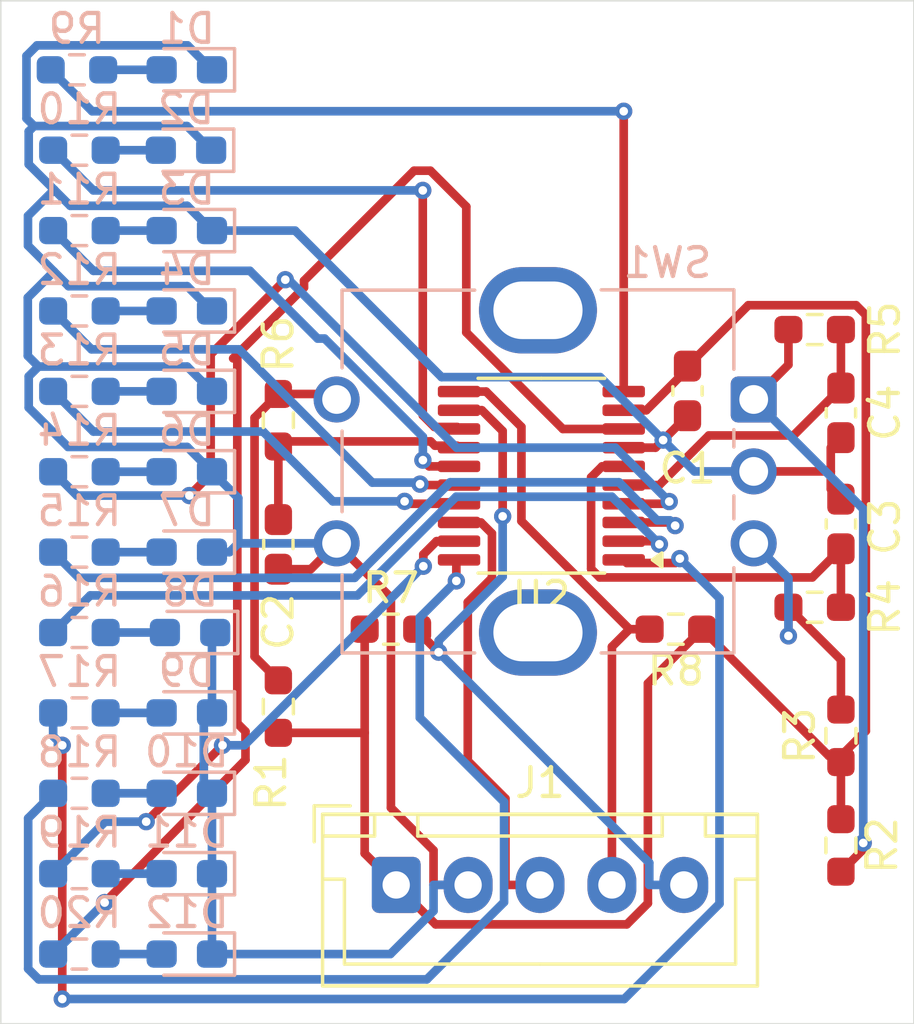
<source format=kicad_pcb>
(kicad_pcb (version 20240108) (generator "pcbnew") (generator_version "8.0")
  (layers (0 "F.Cu" mixed) (31 "B.Cu" mixed) (34 "B.Paste" user) (35 "F.Paste" user) (36 "B.SilkS" user "B.Silkscreen") (37 "F.SilkS" user "F.Silkscreen") (38 "B.Mask" user) (39 "F.Mask" user) (44 "Edge.Cuts" user))
  (net 0 "")
  (net 1 "+3V3")
  (net 2 "GND")
  (net 3 "Net-(U2-PC4)")
  (net 4 "Net-(U2-PA2)")
  (net 5 "Net-(U2-PA1)")
  (net 6 "/SCL")
  (net 7 "/SDA")
  (net 8 "/SWD")
  (net 9 "Net-(R1-Pad2)")
  (net 10 "Net-(R2-Pad2)")
  (net 11 "Net-(R3-Pad2)")
  (net 12 "Net-(D1-A)")
  (net 13 "Net-(D2-A)")
  (net 14 "Net-(D3-A)")
  (net 15 "Net-(D4-A)")
  (net 16 "Net-(D5-A)")
  (net 17 "Net-(D6-A)")
  (net 18 "Net-(D7-A)")
  (net 19 "Net-(D8-A)")
  (net 20 "Net-(D9-A)")
  (net 21 "Net-(D10-A)")
  (net 22 "Net-(D11-A)")
  (net 23 "Net-(D12-A)")
  (net 24 "/PC0")
  (net 25 "/PC3")
  (net 26 "/PC5")
  (net 27 "/PC6")
  (net 28 "/PC7")
  (net 29 "/PD7")
  (net 30 "/PD6")
  (net 31 "/PD5")
  (net 32 "/PD4")
  (net 33 "/PD3")
  (net 34 "/PD2")
  (net 35 "/PD0")
  (footprint "Resistor_SMD:R_0603_1608Metric_Pad0.98x0.95mm_HandSolder" (layer "F.Cu") (at 44.1725 25.146)
    (property "Reference" "R5" (at 2.4365 0 90) (layer "F.SilkS"))
    (property "Value" "10kΩ")
    (pad "1" smd roundrect (at -0.9125 0) (size 0.975 0.95) (layers "F.Cu" "F.Paste" "F.Mask") (net 10 "Net-(R2-Pad2)"))
    (pad "2" smd roundrect (at 0.9125 0) (size 0.975 0.95) (layers "F.Cu" "F.Paste" "F.Mask") (net 5 "Net-(U2-PA1)"))
  )
  (footprint "Resistor_SMD:R_0603_1608Metric_Pad0.98x0.95mm_HandSolder" (layer "F.Cu") (at 25.527 38.2505 90)
    (property "Reference" "R1" (at -2.6435 -0.254 -90) (layer "F.SilkS"))
    (property "Value" "100kΩ")
    (pad "1" smd roundrect (at -0.9125 0 90) (size 0.975 0.95) (layers "F.Cu" "F.Paste" "F.Mask") (net 1 "+3V3"))
    (pad "2" smd roundrect (at 0.9125 0 90) (size 0.975 0.95) (layers "F.Cu" "F.Paste" "F.Mask") (net 9 "Net-(R1-Pad2)"))
  )
  (footprint "Capacitor_SMD:C_0603_1608Metric_Pad1.08x0.95mm_HandSolder" (layer "F.Cu") (at 25.527 32.6125 -90)
    (property "Reference" "C2" (at 2.6935 0 90) (layer "F.SilkS"))
    (property "Value" "100nF")
    (pad "1" smd roundrect (at -0.8625 0 270) (size 1.075 0.95) (layers "F.Cu" "F.Paste" "F.Mask") (net 3 "Net-(U2-PC4)"))
    (pad "2" smd roundrect (at 0.8625 0 270) (size 1.075 0.95) (layers "F.Cu" "F.Paste" "F.Mask") (net 2 "GND"))
  )
  (footprint "Resistor_SMD:R_0603_1608Metric_Pad0.98x0.95mm_HandSolder" (layer "F.Cu") (at 45.085 39.2665 90)
    (property "Reference" "R3" (at 0 -1.43 -90) (layer "F.SilkS"))
    (property "Value" "100kΩ")
    (pad "1" smd roundrect (at -0.9125 0 90) (size 0.975 0.95) (layers "F.Cu" "F.Paste" "F.Mask") (net 1 "+3V3"))
    (pad "2" smd roundrect (at 0.9125 0 90) (size 0.975 0.95) (layers "F.Cu" "F.Paste" "F.Mask") (net 11 "Net-(R3-Pad2)"))
  )
  (footprint "Resistor_SMD:R_0603_1608Metric_Pad0.98x0.95mm_HandSolder" (layer "F.Cu") (at 39.3465 35.56 180)
    (property "Reference" "R8" (at 0 -1.43 180) (layer "F.SilkS"))
    (property "Value" "∞")
    (pad "1" smd roundrect (at -0.9125 0 180) (size 0.975 0.95) (layers "F.Cu" "F.Paste" "F.Mask") (net 1 "+3V3"))
    (pad "2" smd roundrect (at 0.9125 0 180) (size 0.975 0.95) (layers "F.Cu" "F.Paste" "F.Mask") (net 7 "/SDA"))
  )
  (footprint "Resistor_SMD:R_0603_1608Metric_Pad0.98x0.95mm_HandSolder" (layer "F.Cu") (at 45.085 43.0765 -90)
    (property "Reference" "R2" (at 0 -1.43 90) (layer "F.SilkS"))
    (property "Value" "100kΩ")
    (pad "1" smd roundrect (at -0.9125 0 270) (size 0.975 0.95) (layers "F.Cu" "F.Paste" "F.Mask") (net 1 "+3V3"))
    (pad "2" smd roundrect (at 0.9125 0 270) (size 0.975 0.95) (layers "F.Cu" "F.Paste" "F.Mask") (net 10 "Net-(R2-Pad2)"))
  )
  (footprint "Resistor_SMD:R_0603_1608Metric_Pad0.98x0.95mm_HandSolder" (layer "F.Cu") (at 44.1725 34.798)
    (property "Reference" "R4" (at 2.4365 0 90) (layer "F.SilkS"))
    (property "Value" "10kΩ")
    (pad "1" smd roundrect (at -0.9125 0) (size 0.975 0.95) (layers "F.Cu" "F.Paste" "F.Mask") (net 11 "Net-(R3-Pad2)"))
    (pad "2" smd roundrect (at 0.9125 0) (size 0.975 0.95) (layers "F.Cu" "F.Paste" "F.Mask") (net 4 "Net-(U2-PA2)"))
  )
  (footprint "Resistor_SMD:R_0603_1608Metric_Pad0.98x0.95mm_HandSolder" (layer "F.Cu") (at 29.4405 35.56)
    (property "Reference" "R7" (at 0 -1.43 0) (layer "F.SilkS"))
    (property "Value" "∞")
    (pad "1" smd roundrect (at -0.9125 0) (size 0.975 0.95) (layers "F.Cu" "F.Paste" "F.Mask") (net 1 "+3V3"))
    (pad "2" smd roundrect (at 0.9125 0) (size 0.975 0.95) (layers "F.Cu" "F.Paste" "F.Mask") (net 6 "/SCL"))
  )
  (footprint "Capacitor_SMD:C_0603_1608Metric_Pad1.08x0.95mm_HandSolder" (layer "F.Cu") (at 39.751 27.2785 -90)
    (property "Reference" "C1" (at 2.6935 0 180) (layer "F.SilkS"))
    (property "Value" "100nF")
    (pad "1" smd roundrect (at -0.8625 0 270) (size 1.075 0.95) (layers "F.Cu" "F.Paste" "F.Mask") (net 1 "+3V3"))
    (pad "2" smd roundrect (at 0.8625 0 270) (size 1.075 0.95) (layers "F.Cu" "F.Paste" "F.Mask") (net 2 "GND"))
  )
  (footprint "Connector_JST:JST_XH_B5B-XH-A_1x05_P2.50mm_Vertical" (layer "F.Cu") (at 29.624 44.45)
    (property "Reference" "J1" (at 5 -3.55 0) (layer "F.SilkS"))
    (property "Value" "Conn" (hide yes))
    (pad "1" thru_hole roundrect (at 0 0) (size 1.7 1.95) (drill 0.95) (layers "*.Cu" "*.Mask") (roundrect_rratio 0.147059) (net 1 "+3V3"))
    (pad "2" thru_hole oval (at 2.5 0) (size 1.7 1.95) (drill 0.95) (layers "*.Cu" "*.Mask") (net 2 "GND"))
    (pad "3" thru_hole oval (at 5 0) (size 1.7 1.95) (drill 0.95) (layers "*.Cu" "*.Mask") (net 8 "/SWD"))
    (pad "4" thru_hole oval (at 7.5 0) (size 1.7 1.95) (drill 0.95) (layers "*.Cu" "*.Mask") (net 7 "/SDA"))
    (pad "5" thru_hole oval (at 10 0) (size 1.7 1.95) (drill 0.95) (layers "*.Cu" "*.Mask") (net 6 "/SCL"))
  )
  (footprint "Package_SO:TSSOP-20_4.4x6.5mm_P0.65mm" (layer "F.Cu") (at 34.671 30.226 180)
    (property "Reference" "U2" (at 0 -4.2 180) (layer "F.SilkS"))
    (property "Value" "CH32V003FxPx" (hide yes))
    (pad "1" smd roundrect (at -2.8625 -2.925 180) (size 1.475 0.4) (layers "F.Cu" "F.Paste" "F.Mask") (net 32 "/PD4"))
    (pad "2" smd roundrect (at -2.8625 -2.275 180) (size 1.475 0.4) (layers "F.Cu" "F.Paste" "F.Mask") (net 31 "/PD5"))
    (pad "3" smd roundrect (at -2.8625 -1.625 180) (size 1.475 0.4) (layers "F.Cu" "F.Paste" "F.Mask") (net 30 "/PD6"))
    (pad "4" smd roundrect (at -2.8625 -0.975 180) (size 1.475 0.4) (layers "F.Cu" "F.Paste" "F.Mask") (net 29 "/PD7"))
    (pad "5" smd roundrect (at -2.8625 -0.325 180) (size 1.475 0.4) (layers "F.Cu" "F.Paste" "F.Mask") (net 5 "Net-(U2-PA1)"))
    (pad "6" smd roundrect (at -2.8625 0.325 180) (size 1.475 0.4) (layers "F.Cu" "F.Paste" "F.Mask") (net 4 "Net-(U2-PA2)"))
    (pad "7" smd roundrect (at -2.8625 0.975 180) (size 1.475 0.4) (layers "F.Cu" "F.Paste" "F.Mask") (net 2 "GND"))
    (pad "8" smd roundrect (at -2.8625 1.625 180) (size 1.475 0.4) (layers "F.Cu" "F.Paste" "F.Mask") (net 35 "/PD0"))
    (pad "9" smd roundrect (at -2.8625 2.275 180) (size 1.475 0.4) (layers "F.Cu" "F.Paste" "F.Mask") (net 1 "+3V3"))
    (pad "10" smd roundrect (at -2.8625 2.925 180) (size 1.475 0.4) (layers "F.Cu" "F.Paste" "F.Mask") (net 24 "/PC0"))
    (pad "11" smd roundrect (at 2.8625 2.925 180) (size 1.475 0.4) (layers "F.Cu" "F.Paste" "F.Mask") (net 7 "/SDA"))
    (pad "12" smd roundrect (at 2.8625 2.275 180) (size 1.475 0.4) (layers "F.Cu" "F.Paste" "F.Mask") (net 6 "/SCL"))
    (pad "13" smd roundrect (at 2.8625 1.625 180) (size 1.475 0.4) (layers "F.Cu" "F.Paste" "F.Mask") (net 25 "/PC3"))
    (pad "14" smd roundrect (at 2.8625 0.975 180) (size 1.475 0.4) (layers "F.Cu" "F.Paste" "F.Mask") (net 3 "Net-(U2-PC4)"))
    (pad "15" smd roundrect (at 2.8625 0.325 180) (size 1.475 0.4) (layers "F.Cu" "F.Paste" "F.Mask") (net 26 "/PC5"))
    (pad "16" smd roundrect (at 2.8625 -0.325 180) (size 1.475 0.4) (layers "F.Cu" "F.Paste" "F.Mask") (net 27 "/PC6"))
    (pad "17" smd roundrect (at 2.8625 -0.975 180) (size 1.475 0.4) (layers "F.Cu" "F.Paste" "F.Mask") (net 28 "/PC7"))
    (pad "18" smd roundrect (at 2.8625 -1.625 180) (size 1.475 0.4) (layers "F.Cu" "F.Paste" "F.Mask") (net 8 "/SWD"))
    (pad "19" smd roundrect (at 2.8625 -2.275 180) (size 1.475 0.4) (layers "F.Cu" "F.Paste" "F.Mask") (net 34 "/PD2"))
    (pad "20" smd roundrect (at 2.8625 -2.925 180) (size 1.475 0.4) (layers "F.Cu" "F.Paste" "F.Mask") (net 33 "/PD3"))
  )
  (footprint "Capacitor_SMD:C_0603_1608Metric_Pad1.08x0.95mm_HandSolder" (layer "F.Cu") (at 45.085 31.9035 90)
    (property "Reference" "C3" (at -0.1005 1.524 -90) (layer "F.SilkS"))
    (property "Value" "100nF")
    (pad "1" smd roundrect (at -0.8625 0 90) (size 1.075 0.95) (layers "F.Cu" "F.Paste" "F.Mask") (net 4 "Net-(U2-PA2)"))
    (pad "2" smd roundrect (at 0.8625 0 90) (size 1.075 0.95) (layers "F.Cu" "F.Paste" "F.Mask") (net 2 "GND"))
  )
  (footprint "Capacitor_SMD:C_0603_1608Metric_Pad1.08x0.95mm_HandSolder" (layer "F.Cu") (at 45.085 28.0405 -90)
    (property "Reference" "C4" (at 0 -1.524 90) (layer "F.SilkS"))
    (property "Value" "100nF")
    (pad "1" smd roundrect (at -0.8625 0 270) (size 1.075 0.95) (layers "F.Cu" "F.Paste" "F.Mask") (net 5 "Net-(U2-PA1)"))
    (pad "2" smd roundrect (at 0.8625 0 270) (size 1.075 0.95) (layers "F.Cu" "F.Paste" "F.Mask") (net 2 "GND"))
  )
  (footprint "Resistor_SMD:R_0603_1608Metric_Pad0.98x0.95mm_HandSolder" (layer "F.Cu") (at 25.527 28.2975 -90)
    (property "Reference" "R6" (at -2.6435 0 -90) (layer "F.SilkS"))
    (property "Value" "10kΩ")
    (pad "1" smd roundrect (at -0.9125 0 270) (size 0.975 0.95) (layers "F.Cu" "F.Paste" "F.Mask") (net 9 "Net-(R1-Pad2)"))
    (pad "2" smd roundrect (at 0.9125 0 270) (size 0.975 0.95) (layers "F.Cu" "F.Paste" "F.Mask") (net 3 "Net-(U2-PC4)"))
  )
  (footprint "Resistor_SMD:R_0603_1608Metric_Pad0.98x0.95mm_HandSolder" (layer "B.Cu") (at 18.6101 21.706 180)
    (property "Reference" "R11" (at 0 1.43 180) (layer "B.SilkS") (effects (justify mirror)))
    (property "Value" "1k")
    (pad "1" smd roundrect (at -0.9125 0 180) (size 0.975 0.95) (layers "B.Cu" "B.Paste" "B.Mask") (net 14 "Net-(D3-A)"))
    (pad "2" smd roundrect (at 0.9125 0 180) (size 0.975 0.95) (layers "B.Cu" "B.Paste" "B.Mask") (net 26 "/PC5"))
  )
  (footprint "Resistor_SMD:R_0603_1608Metric_Pad0.98x0.95mm_HandSolder" (layer "B.Cu") (at 18.6101 24.5 180)
    (property "Reference" "R12" (at 0 1.43 180) (layer "B.SilkS") (effects (justify mirror)))
    (property "Value" "1k")
    (pad "1" smd roundrect (at -0.9125 0 180) (size 0.975 0.95) (layers "B.Cu" "B.Paste" "B.Mask") (net 15 "Net-(D4-A)"))
    (pad "2" smd roundrect (at 0.9125 0 180) (size 0.975 0.95) (layers "B.Cu" "B.Paste" "B.Mask") (net 27 "/PC6"))
  )
  (footprint "LED_SMD:LED_0603_1608Metric_Pad1.05x0.95mm_HandSolder" (layer "B.Cu") (at 22.3166 18.912 180)
    (property "Reference" "D2" (at 0 1.43 180) (layer "B.SilkS") (effects (justify mirror)))
    (property "Value" "LED")
    (pad "1" smd roundrect (at -0.875 0 180) (size 1.05 0.95) (layers "B.Cu" "B.Paste" "B.Mask") (net 2 "GND"))
    (pad "2" smd roundrect (at 0.875 0 180) (size 1.05 0.95) (layers "B.Cu" "B.Paste" "B.Mask") (net 13 "Net-(D2-A)"))
  )
  (footprint "Resistor_SMD:R_0603_1608Metric_Pad0.98x0.95mm_HandSolder" (layer "B.Cu") (at 18.6101 18.912 180)
    (property "Reference" "R10" (at 0 1.43 180) (layer "B.SilkS") (effects (justify mirror)))
    (property "Value" "1k")
    (pad "1" smd roundrect (at -0.9125 0 180) (size 0.975 0.95) (layers "B.Cu" "B.Paste" "B.Mask") (net 13 "Net-(D2-A)"))
    (pad "2" smd roundrect (at 0.9125 0 180) (size 0.975 0.95) (layers "B.Cu" "B.Paste" "B.Mask") (net 25 "/PC3"))
  )
  (footprint "Resistor_SMD:R_0603_1608Metric_Pad0.98x0.95mm_HandSolder" (layer "B.Cu") (at 18.5251 16.118 180)
    (property "Reference" "R9" (at 0 1.43 180) (layer "B.SilkS") (effects (justify mirror)))
    (property "Value" "1k")
    (pad "1" smd roundrect (at -0.9125 0 180) (size 0.975 0.95) (layers "B.Cu" "B.Paste" "B.Mask") (net 12 "Net-(D1-A)"))
    (pad "2" smd roundrect (at 0.9125 0 180) (size 0.975 0.95) (layers "B.Cu" "B.Paste" "B.Mask") (net 24 "/PC0"))
  )
  (footprint "Resistor_SMD:R_0603_1608Metric_Pad0.98x0.95mm_HandSolder" (layer "B.Cu") (at 18.6101 35.676 180)
    (property "Reference" "R16" (at 0 1.43 180) (layer "B.SilkS") (effects (justify mirror)))
    (property "Value" "1k")
    (pad "1" smd roundrect (at -0.9125 0 180) (size 0.975 0.95) (layers "B.Cu" "B.Paste" "B.Mask") (net 19 "Net-(D8-A)"))
    (pad "2" smd roundrect (at 0.9125 0 180) (size 0.975 0.95) (layers "B.Cu" "B.Paste" "B.Mask") (net 31 "/PD5"))
  )
  (footprint "Resistor_SMD:R_0603_1608Metric_Pad0.98x0.95mm_HandSolder" (layer "B.Cu") (at 18.6101 38.47 180)
    (property "Reference" "R17" (at 0 1.43 180) (layer "B.SilkS") (effects (justify mirror)))
    (property "Value" "1k")
    (pad "1" smd roundrect (at -0.9125 0 180) (size 0.975 0.95) (layers "B.Cu" "B.Paste" "B.Mask") (net 20 "Net-(D9-A)"))
    (pad "2" smd roundrect (at 0.9125 0 180) (size 0.975 0.95) (layers "B.Cu" "B.Paste" "B.Mask") (net 32 "/PD4"))
  )
  (footprint "Resistor_SMD:R_0603_1608Metric_Pad0.98x0.95mm_HandSolder" (layer "B.Cu") (at 18.6101 41.264 180)
    (property "Reference" "R18" (at 0 1.43 180) (layer "B.SilkS") (effects (justify mirror)))
    (property "Value" "1k")
    (pad "1" smd roundrect (at -0.9125 0 180) (size 0.975 0.95) (layers "B.Cu" "B.Paste" "B.Mask") (net 21 "Net-(D10-A)"))
    (pad "2" smd roundrect (at 0.9125 0 180) (size 0.975 0.95) (layers "B.Cu" "B.Paste" "B.Mask") (net 33 "/PD3"))
  )
  (footprint "LED_SMD:LED_0603_1608Metric_Pad1.05x0.95mm_HandSolder" (layer "B.Cu") (at 22.3446 16.118 180)
    (property "Reference" "D1" (at 0 1.43 180) (layer "B.SilkS") (effects (justify mirror)))
    (property "Value" "LED")
    (pad "1" smd roundrect (at -0.875 0 180) (size 1.05 0.95) (layers "B.Cu" "B.Paste" "B.Mask") (net 2 "GND"))
    (pad "2" smd roundrect (at 0.875 0 180) (size 1.05 0.95) (layers "B.Cu" "B.Paste" "B.Mask") (net 12 "Net-(D1-A)"))
  )
  (footprint "Rotary_Encoder:RotaryEncoder_Bourns_Vertical_PEC12R-3x17F-Sxxxx" (layer "B.Cu") (at 42.0525 27.576 180)
    (property "Reference" "SW1" (at 3 4.75 180) (layer "B.SilkS") (effects (justify mirror)))
    (property "Value" "RotaryEncoder_Switch" (hide yes))
    (pad "A" thru_hole roundrect (at 0 0 180) (size 1.6 1.6) (drill 1) (layers "*.Cu" "*.Mask") (roundrect_rratio 0.15625) (net 10 "Net-(R2-Pad2)"))
    (pad "B" thru_hole circle (at 0 -5 180) (size 1.6 1.6) (drill 1) (layers "*.Cu" "*.Mask") (net 11 "Net-(R3-Pad2)"))
    (pad "C" thru_hole circle (at 0 -2.5 180) (size 1.6 1.6) (drill 1) (layers "*.Cu" "*.Mask") (net 2 "GND"))
    (pad "S1" thru_hole circle (at 14.5 0 180) (size 1.6 1.6) (drill 1) (layers "*.Cu" "*.Mask") (net 9 "Net-(R1-Pad2)"))
    (pad "S2" thru_hole circle (at 14.5 -5 180) (size 1.6 1.6) (drill 1) (layers "*.Cu" "*.Mask") (net 2 "GND"))
    (pad "SH" thru_hole oval (at 7.5 -8.1 180) (size 4.1 3) (drill oval 3.1 2) (layers "*.Cu" "*.Mask"))
    (pad "SH" thru_hole oval (at 7.5 3.1 180) (size 4.1 3) (drill oval 3.1 2) (layers "*.Cu" "*.Mask"))
  )
  (footprint "LED_SMD:LED_0603_1608Metric_Pad1.05x0.95mm_HandSolder" (layer "B.Cu") (at 22.3446 41.264 180)
    (property "Reference" "D10" (at 0 1.43 180) (layer "B.SilkS") (effects (justify mirror)))
    (property "Value" "LED")
    (pad "1" smd roundrect (at -0.875 0 180) (size 1.05 0.95) (layers "B.Cu" "B.Paste" "B.Mask") (net 2 "GND"))
    (pad "2" smd roundrect (at 0.875 0 180) (size 1.05 0.95) (layers "B.Cu" "B.Paste" "B.Mask") (net 21 "Net-(D10-A)"))
  )
  (footprint "LED_SMD:LED_0603_1608Metric_Pad1.05x0.95mm_HandSolder" (layer "B.Cu") (at 22.3446 24.5 180)
    (property "Reference" "D4" (at 0 1.43 180) (layer "B.SilkS") (effects (justify mirror)))
    (property "Value" "LED")
    (pad "1" smd roundrect (at -0.875 0 180) (size 1.05 0.95) (layers "B.Cu" "B.Paste" "B.Mask") (net 2 "GND"))
    (pad "2" smd roundrect (at 0.875 0 180) (size 1.05 0.95) (layers "B.Cu" "B.Paste" "B.Mask") (net 15 "Net-(D4-A)"))
  )
  (footprint "Resistor_SMD:R_0603_1608Metric_Pad0.98x0.95mm_HandSolder" (layer "B.Cu") (at 18.6101 30.088 180)
    (property "Reference" "R14" (at 0 1.43 180) (layer "B.SilkS") (effects (justify mirror)))
    (property "Value" "1k")
    (pad "1" smd roundrect (at -0.9125 0 180) (size 0.975 0.95) (layers "B.Cu" "B.Paste" "B.Mask") (net 17 "Net-(D6-A)"))
    (pad "2" smd roundrect (at 0.9125 0 180) (size 0.975 0.95) (layers "B.Cu" "B.Paste" "B.Mask") (net 29 "/PD7"))
  )
  (footprint "Resistor_SMD:R_0603_1608Metric_Pad0.98x0.95mm_HandSolder" (layer "B.Cu") (at 18.6101 32.882 180)
    (property "Reference" "R15" (at 0 1.43 180) (layer "B.SilkS") (effects (justify mirror)))
    (property "Value" "1k")
    (pad "1" smd roundrect (at -0.9125 0 180) (size 0.975 0.95) (layers "B.Cu" "B.Paste" "B.Mask") (net 18 "Net-(D7-A)"))
    (pad "2" smd roundrect (at 0.9125 0 180) (size 0.975 0.95) (layers "B.Cu" "B.Paste" "B.Mask") (net 30 "/PD6"))
  )
  (footprint "LED_SMD:LED_0603_1608Metric_Pad1.05x0.95mm_HandSolder" (layer "B.Cu") (at 22.3446 38.47 180)
    (property "Reference" "D9" (at 0 1.43 180) (layer "B.SilkS") (effects (justify mirror)))
    (property "Value" "LED")
    (pad "1" smd roundrect (at -0.875 0 180) (size 1.05 0.95) (layers "B.Cu" "B.Paste" "B.Mask") (net 2 "GND"))
    (pad "2" smd roundrect (at 0.875 0 180) (size 1.05 0.95) (layers "B.Cu" "B.Paste" "B.Mask") (net 20 "Net-(D9-A)"))
  )
  (footprint "Resistor_SMD:R_0603_1608Metric_Pad0.98x0.95mm_HandSolder" (layer "B.Cu") (at 18.6101 44.058 180)
    (property "Reference" "R19" (at 0 1.43 180) (layer "B.SilkS") (effects (justify mirror)))
    (property "Value" "1k")
    (pad "1" smd roundrect (at -0.9125 0 180) (size 0.975 0.95) (layers "B.Cu" "B.Paste" "B.Mask") (net 22 "Net-(D11-A)"))
    (pad "2" smd roundrect (at 0.9125 0 180) (size 0.975 0.95) (layers "B.Cu" "B.Paste" "B.Mask") (net 34 "/PD2"))
  )
  (footprint "Resistor_SMD:R_0603_1608Metric_Pad0.98x0.95mm_HandSolder" (layer "B.Cu") (at 18.6101 27.294 180)
    (property "Reference" "R13" (at 0 1.43 180) (layer "B.SilkS") (effects (justify mirror)))
    (property "Value" "1k")
    (pad "1" smd roundrect (at -0.9125 0 180) (size 0.975 0.95) (layers "B.Cu" "B.Paste" "B.Mask") (net 16 "Net-(D5-A)"))
    (pad "2" smd roundrect (at 0.9125 0 180) (size 0.975 0.95) (layers "B.Cu" "B.Paste" "B.Mask") (net 28 "/PC7"))
  )
  (footprint "LED_SMD:LED_0603_1608Metric_Pad1.05x0.95mm_HandSolder" (layer "B.Cu") (at 22.3446 21.706 180)
    (property "Reference" "D3" (at 0 1.43 180) (layer "B.SilkS") (effects (justify mirror)))
    (property "Value" "LED")
    (pad "1" smd roundrect (at -0.875 0 180) (size 1.05 0.95) (layers "B.Cu" "B.Paste" "B.Mask") (net 2 "GND"))
    (pad "2" smd roundrect (at 0.875 0 180) (size 1.05 0.95) (layers "B.Cu" "B.Paste" "B.Mask") (net 14 "Net-(D3-A)"))
  )
  (footprint "LED_SMD:LED_0603_1608Metric_Pad1.05x0.95mm_HandSolder" (layer "B.Cu") (at 22.3446 27.294 180)
    (property "Reference" "D5" (at 0 1.43 180) (layer "B.SilkS") (effects (justify mirror)))
    (property "Value" "LED")
    (pad "1" smd roundrect (at -0.875 0 180) (size 1.05 0.95) (layers "B.Cu" "B.Paste" "B.Mask") (net 2 "GND"))
    (pad "2" smd roundrect (at 0.875 0 180) (size 1.05 0.95) (layers "B.Cu" "B.Paste" "B.Mask") (net 16 "Net-(D5-A)"))
  )
  (footprint "LED_SMD:LED_0603_1608Metric_Pad1.05x0.95mm_HandSolder" (layer "B.Cu") (at 22.4576 35.676 180)
    (property "Reference" "D8" (at 0 1.43 180) (layer "B.SilkS") (effects (justify mirror)))
    (property "Value" "LED")
    (pad "1" smd roundrect (at -0.875 0 180) (size 1.05 0.95) (layers "B.Cu" "B.Paste" "B.Mask") (net 2 "GND"))
    (pad "2" smd roundrect (at 0.875 0 180) (size 1.05 0.95) (layers "B.Cu" "B.Paste" "B.Mask") (net 19 "Net-(D8-A)"))
  )
  (footprint "LED_SMD:LED_0603_1608Metric_Pad1.05x0.95mm_HandSolder" (layer "B.Cu") (at 22.3446 32.882 180)
    (property "Reference" "D7" (at 0 1.43 180) (layer "B.SilkS") (effects (justify mirror)))
    (property "Value" "LED")
    (pad "1" smd roundrect (at -0.875 0 180) (size 1.05 0.95) (layers "B.Cu" "B.Paste" "B.Mask") (net 2 "GND"))
    (pad "2" smd roundrect (at 0.875 0 180) (size 1.05 0.95) (layers "B.Cu" "B.Paste" "B.Mask") (net 18 "Net-(D7-A)"))
  )
  (footprint "LED_SMD:LED_0603_1608Metric_Pad1.05x0.95mm_HandSolder" (layer "B.Cu") (at 22.3446 44.058 180)
    (property "Reference" "D11" (at 0 1.43 180) (layer "B.SilkS") (effects (justify mirror)))
    (property "Value" "LED")
    (pad "1" smd roundrect (at -0.875 0 180) (size 1.05 0.95) (layers "B.Cu" "B.Paste" "B.Mask") (net 2 "GND"))
    (pad "2" smd roundrect (at 0.875 0 180) (size 1.05 0.95) (layers "B.Cu" "B.Paste" "B.Mask") (net 22 "Net-(D11-A)"))
  )
  (footprint "LED_SMD:LED_0603_1608Metric_Pad1.05x0.95mm_HandSolder" (layer "B.Cu") (at 22.3446 30.088 180)
    (property "Reference" "D6" (at 0 1.43 180) (layer "B.SilkS") (effects (justify mirror)))
    (property "Value" "LED")
    (pad "1" smd roundrect (at -0.875 0 180) (size 1.05 0.95) (layers "B.Cu" "B.Paste" "B.Mask") (net 2 "GND"))
    (pad "2" smd roundrect (at 0.875 0 180) (size 1.05 0.95) (layers "B.Cu" "B.Paste" "B.Mask") (net 17 "Net-(D6-A)"))
  )
  (footprint "Resistor_SMD:R_0603_1608Metric_Pad0.98x0.95mm_HandSolder" (layer "B.Cu") (at 18.6101 46.852 180)
    (property "Reference" "R20" (at 0 1.43 180) (layer "B.SilkS") (effects (justify mirror)))
    (property "Value" "1k")
    (pad "1" smd roundrect (at -0.9125 0 180) (size 0.975 0.95) (layers "B.Cu" "B.Paste" "B.Mask") (net 23 "Net-(D12-A)"))
    (pad "2" smd roundrect (at 0.9125 0 180) (size 0.975 0.95) (layers "B.Cu" "B.Paste" "B.Mask") (net 35 "/PD0"))
  )
  (footprint "LED_SMD:LED_0603_1608Metric_Pad1.05x0.95mm_HandSolder" (layer "B.Cu") (at 22.3446 46.852 180)
    (property "Reference" "D12" (at 0 1.43 180) (layer "B.SilkS") (effects (justify mirror)))
    (property "Value" "LED")
    (pad "1" smd roundrect (at -0.875 0 180) (size 1.05 0.95) (layers "B.Cu" "B.Paste" "B.Mask") (net 2 "GND"))
    (pad "2" smd roundrect (at 0.875 0 180) (size 1.05 0.95) (layers "B.Cu" "B.Paste" "B.Mask") (net 23 "Net-(D12-A)"))
  )
  (gr_rect (start 15.875 13.716) (end 47.625 49.276) (stroke (width 0.05)) (fill none) (layer "Edge.Cuts"))
  (segment (start 41.8669 24.3001) (end 39.751 26.416) (width 0.3) (layer "F.Cu") (net 1))
  (segment (start 45.9516 24.6407) (end 45.611 24.3001) (width 0.3) (layer "F.Cu") (net 1))
  (segment (start 25.527 39.163) (end 28.528 39.163) (width 0.3) (layer "F.Cu") (net 1))
  (segment (start 28.528 39.163) (end 28.528 43.354) (width 0.3) (layer "F.Cu") (net 1))
  (segment (start 37.6418 45.8203) (end 38.374 45.0881) (width 0.3) (layer "F.Cu") (net 1))
  (segment (start 44.6633 39.9643) (end 45.085 39.9643) (width 0.3) (layer "F.Cu") (net 1))
  (segment (start 28.528 39.163) (end 28.528 35.56) (width 0.3) (layer "F.Cu") (net 1))
  (segment (start 28.528 43.354) (end 29.624 44.45) (width 0.3) (layer "F.Cu") (net 1))
  (segment (start 45.611 24.3001) (end 41.8669 24.3001) (width 0.3) (layer "F.Cu") (net 1))
  (segment (start 40.259 35.56) (end 44.6633 39.9643) (width 0.3) (layer "F.Cu") (net 1))
  (segment (start 29.624 44.45) (end 30.9943 45.8203) (width 0.3) (layer "F.Cu") (net 1))
  (segment (start 39.751 26.416) (end 39.751 26.5189) (width 0.3) (layer "F.Cu") (net 1))
  (segment (start 38.374 45.0881) (end 38.374 37.445) (width 0.3) (layer "F.Cu") (net 1))
  (segment (start 45.9516 39.0977) (end 45.9516 24.6407) (width 0.3) (layer "F.Cu") (net 1))
  (segment (start 38.374 37.445) (end 40.259 35.56) (width 0.3) (layer "F.Cu") (net 1))
  (segment (start 45.085 40.179) (end 45.085 39.9643) (width 0.3) (layer "F.Cu") (net 1))
  (segment (start 30.9943 45.8203) (end 37.6418 45.8203) (width 0.3) (layer "F.Cu") (net 1))
  (segment (start 45.085 42.164) (end 45.085 40.179) (width 0.3) (layer "F.Cu") (net 1))
  (segment (start 45.085 39.9643) (end 45.9516 39.0977) (width 0.3) (layer "F.Cu") (net 1))
  (segment (start 38.3189 27.951) (end 37.5335 27.951) (width 0.3) (layer "F.Cu") (net 1))
  (segment (start 39.751 26.5189) (end 38.3189 27.951) (width 0.3) (layer "F.Cu") (net 1))
  (segment (start 38.641 29.251) (end 37.5335 29.251) (width 0.3) (layer "F.Cu") (net 2))
  (segment (start 45.085 28.903) (end 44.7322 29.2558) (width 0.3) (layer "F.Cu") (net 2))
  (segment (start 38.9039 28.9881) (end 38.641 29.251) (width 0.3) (layer "F.Cu") (net 2))
  (segment (start 27.5525 32.576) (end 26.6535 33.475) (width 0.3) (layer "F.Cu") (net 2))
  (segment (start 30.9223 43.2483) (end 29.4405 41.7665) (width 0.3) (layer "F.Cu") (net 2))
  (segment (start 30.9223 44.45) (end 30.9223 43.2483) (width 0.3) (layer "F.Cu") (net 2))
  (segment (start 29.4405 34.464) (end 27.5525 32.576) (width 0.3) (layer "F.Cu") (net 2))
  (segment (start 44.7322 30.6882) (end 45.085 31.041) (width 0.3) (layer "F.Cu") (net 2))
  (segment (start 26.6535 33.475) (end 25.527 33.475) (width 0.3) (layer "F.Cu") (net 2))
  (segment (start 44.7322 29.2558) (end 44.7322 30.076) (width 0.3) (layer "F.Cu") (net 2))
  (segment (start 32.124 44.45) (end 30.9223 44.45) (width 0.3) (layer "F.Cu") (net 2))
  (segment (start 39.751 28.141) (end 38.9039 28.9881) (width 0.3) (layer "F.Cu") (net 2))
  (segment (start 44.7322 30.076) (end 42.0525 30.076) (width 0.3) (layer "F.Cu") (net 2))
  (segment (start 44.7322 30.076) (end 44.7322 30.6882) (width 0.3) (layer "F.Cu") (net 2))
  (segment (start 29.4405 41.7665) (end 29.4405 34.464) (width 0.3) (layer "F.Cu") (net 2))
  (via (at 38.9039 28.9881) (size 0.6) (drill 0.3) (layers "F.Cu" "B.Cu") (net 2))
  (segment (start 16.7702 17.8063) (end 17.0357 18.0718) (width 0.3) (layer "B.Cu") (net 2))
  (segment (start 22.3581 23.6385) (end 23.2196 24.5) (width 0.3) (layer "B.Cu") (net 2))
  (segment (start 38.9039 28.9881) (end 36.7144 26.7986) (width 0.3) (layer "B.Cu") (net 2))
  (segment (start 16.8481 27.859) (end 16.8481 26.7735) (width 0.3) (layer "B.Cu") (net 2))
  (segment (start 24.1344 31.0028) (end 23.2196 30.088) (width 0.3) (layer "B.Cu") (net 2))
  (segment (start 23.2196 44.058) (end 23.2196 41.264) (width 0.3) (layer "B.Cu") (net 2))
  (segment (start 22.3514 18.0718) (end 23.1916 18.912) (width 0.3) (layer "B.Cu") (net 2))
  (segment (start 23.2196 32.882) (end 23.8284 32.882) (width 0.3) (layer "B.Cu") (net 2))
  (segment (start 18.2344 23.6385) (end 22.3581 23.6385) (width 0.3) (layer "B.Cu") (net 2))
  (segment (start 22.9356 38.754) (end 22.9356 40.98) (width 0.3) (layer "B.Cu") (net 2))
  (segment (start 23.2196 21.706) (end 22.3581 20.8445) (width 0.3) (layer "B.Cu") (net 2))
  (segment (start 18.2917 20.8445) (end 17.7326 20.2853) (width 0.3) (layer "B.Cu") (net 2))
  (segment (start 16.8228 22.2269) (end 17.7243 23.1284) (width 0.3) (layer "B.Cu") (net 2))
  (segment (start 16.8481 18.2594) (end 17.0357 18.0718) (width 0.3) (layer "B.Cu") (net 2))
  (segment (start 23.2196 38.47) (end 22.9356 38.754) (width 0.3) (layer "B.Cu") (net 2))
  (segment (start 16.7702 15.6354) (end 16.7702 17.8063) (width 0.3) (layer "B.Cu") (net 2))
  (segment (start 17.7243 23.1284) (end 18.2344 23.6385) (width 0.3) (layer "B.Cu") (net 2))
  (segment (start 30.9223 45.3513) (end 29.4216 46.852) (width 0.3) (layer "B.Cu") (net 2))
  (segment (start 42.0525 30.076) (end 39.9918 30.076) (width 0.3) (layer "B.Cu") (net 2))
  (segment (start 39.9918 30.076) (end 38.9039 28.9881) (width 0.3) (layer "B.Cu") (net 2))
  (segment (start 17.1891 26.4325) (end 16.8165 26.0599) (width 0.3) (layer "B.Cu") (net 2))
  (segment (start 29.4216 46.852) (end 23.2196 46.852) (width 0.3) (layer "B.Cu") (net 2))
  (segment (start 17.7326 20.2853) (end 16.8228 21.1951) (width 0.3) (layer "B.Cu") (net 2))
  (segment (start 18.2156 29.2265) (end 16.8481 27.859) (width 0.3) (layer "B.Cu") (net 2))
  (segment (start 22.9356 40.98) (end 23.2196 41.264) (width 0.3) (layer "B.Cu") (net 2))
  (segment (start 17.1891 26.4325) (end 22.3581 26.4325) (width 0.3) (layer "B.Cu") (net 2))
  (segment (start 16.8228 21.1951) (end 16.8228 22.2269) (width 0.3) (layer "B.Cu") (net 2))
  (segment (start 22.3581 20.8445) (end 18.2917 20.8445) (width 0.3) (layer "B.Cu") (net 2))
  (segment (start 22.3701 15.2685) (end 17.1371 15.2685) (width 0.3) (layer "B.Cu") (net 2))
  (segment (start 16.8165 24.0362) (end 17.7243 23.1284) (width 0.3) (layer "B.Cu") (net 2))
  (segment (start 17.1371 15.2685) (end 16.7702 15.6354) (width 0.3) (layer "B.Cu") (net 2))
  (segment (start 22.3581 26.4325) (end 23.2196 27.294) (width 0.3) (layer "B.Cu") (net 2))
  (segment (start 26.1087 21.706) (end 23.2196 21.706) (width 0.3) (layer "B.Cu") (net 2))
  (segment (start 22.3581 29.2265) (end 18.2156 29.2265) (width 0.3) (layer "B.Cu") (net 2))
  (segment (start 24.1344 32.576) (end 24.1344 31.0028) (width 0.3) (layer "B.Cu") (net 2))
  (segment (start 31.2013 26.7986) (end 26.1087 21.706) (width 0.3) (layer "B.Cu") (net 2))
  (segment (start 16.8481 19.4009) (end 16.8481 18.2594) (width 0.3) (layer "B.Cu") (net 2))
  (segment (start 23.8284 32.882) (end 24.1344 32.576) (width 0.3) (layer "B.Cu") (net 2))
  (segment (start 16.8481 26.7735) (end 17.1891 26.4325) (width 0.3) (layer "B.Cu") (net 2))
  (segment (start 23.2196 46.852) (end 23.2196 44.058) (width 0.3) (layer "B.Cu") (net 2))
  (segment (start 23.2196 30.088) (end 22.3581 29.2265) (width 0.3) (layer "B.Cu") (net 2))
  (segment (start 23.2196 16.118) (end 22.3701 15.2685) (width 0.3) (layer "B.Cu") (net 2))
  (segment (start 36.7144 26.7986) (end 31.2013 26.7986) (width 0.3) (layer "B.Cu") (net 2))
  (segment (start 30.9223 44.45) (end 30.9223 45.3513) (width 0.3) (layer "B.Cu") (net 2))
  (segment (start 17.0357 18.0718) (end 22.3514 18.0718) (width 0.3) (layer "B.Cu") (net 2))
  (segment (start 17.7326 20.2853) (end 16.8481 19.4009) (width 0.3) (layer "B.Cu") (net 2))
  (segment (start 23.2196 38.47) (end 23.2196 35.789) (width 0.3) (layer "B.Cu") (net 2))
  (segment (start 16.8165 26.0599) (end 16.8165 24.0362) (width 0.3) (layer "B.Cu") (net 2))
  (segment (start 23.2196 35.789) (end 23.3326 35.676) (width 0.3) (layer "B.Cu") (net 2))
  (segment (start 24.1344 32.576) (end 27.5525 32.576) (width 0.3) (layer "B.Cu") (net 2))
  (segment (start 32.124 44.45) (end 30.9223 44.45) (width 0.3) (layer "B.Cu") (net 2))
  (segment (start 25.7037 29.0333) (end 25.527 29.21) (width 0.3) (layer "F.Cu") (net 3))
  (segment (start 30.8216 29.0333) (end 25.7037 29.0333) (width 0.3) (layer "F.Cu") (net 3))
  (segment (start 25.527 29.21) (end 25.527 31.75) (width 0.3) (layer "F.Cu") (net 3))
  (segment (start 30.9707 29.1824) (end 30.8216 29.0333) (width 0.3) (layer "F.Cu") (net 3))
  (segment (start 31.8085 29.251) (end 31.7399 29.1824) (width 0.3) (layer "F.Cu") (net 3))
  (segment (start 31.7399 29.1824) (end 30.9707 29.1824) (width 0.3) (layer "F.Cu") (net 3))
  (segment (start 36.6979 33.7614) (end 44.0896 33.7614) (width 0.3) (layer "F.Cu") (net 4))
  (segment (start 36.7809 29.901) (end 36.3993 30.2826) (width 0.3) (layer "F.Cu") (net 4))
  (segment (start 36.3993 33.4628) (end 36.6979 33.7614) (width 0.3) (layer "F.Cu") (net 4))
  (segment (start 44.0896 33.7614) (end 45.085 32.766) (width 0.3) (layer "F.Cu") (net 4))
  (segment (start 36.3993 30.2826) (end 36.3993 33.4628) (width 0.3) (layer "F.Cu") (net 4))
  (segment (start 37.5335 29.901) (end 36.7809 29.901) (width 0.3) (layer "F.Cu") (net 4))
  (segment (start 45.085 32.766) (end 45.085 34.798) (width 0.3) (layer "F.Cu") (net 4))
  (segment (start 43.4365 28.8265) (end 40.493 28.8265) (width 0.3) (layer "F.Cu") (net 5))
  (segment (start 45.085 27.178) (end 45.085 25.146) (width 0.3) (layer "F.Cu") (net 5))
  (segment (start 45.085 27.178) (end 43.4365 28.8265) (width 0.3) (layer "F.Cu") (net 5))
  (segment (start 38.7685 30.551) (end 37.5335 30.551) (width 0.3) (layer "F.Cu") (net 5))
  (segment (start 40.493 28.8265) (end 38.7685 30.551) (width 0.3) (layer "F.Cu") (net 5))
  (segment (start 31.8085 27.951) (end 32.6029 27.951) (width 0.3) (layer "F.Cu") (net 6))
  (segment (start 30.353 35.56) (end 30.353 35.6121) (width 0.3) (layer "F.Cu") (net 6))
  (segment (start 32.6029 27.951) (end 33.3251 28.6732) (width 0.3) (layer "F.Cu") (net 6))
  (segment (start 30.353 35.6121) (end 31.1005 36.3596) (width 0.3) (layer "F.Cu") (net 6))
  (segment (start 33.3251 28.6732) (end 33.3251 31.6376) (width 0.3) (layer "F.Cu") (net 6))
  (via (at 33.3251 31.6376) (size 0.6) (drill 0.3) (layers "F.Cu" "B.Cu") (net 6))
  (via (at 31.1005 36.3596) (size 0.6) (drill 0.3) (layers "F.Cu" "B.Cu") (net 6))
  (segment (start 38.4223 43.6814) (end 31.1005 36.3596) (width 0.3) (layer "B.Cu") (net 6))
  (segment (start 33.3251 33.7347) (end 33.3251 31.6376) (width 0.3) (layer "B.Cu") (net 6))
  (segment (start 31.1005 36.3596) (end 31.1005 35.9593) (width 0.3) (layer "B.Cu") (net 6))
  (segment (start 31.1005 35.9593) (end 33.3251 33.7347) (width 0.3) (layer "B.Cu") (net 6))
  (segment (start 38.4223 44.45) (end 38.4223 43.6814) (width 0.3) (layer "B.Cu") (net 6))
  (segment (start 39.624 44.45) (end 38.4223 44.45) (width 0.3) (layer "B.Cu") (net 6))
  (segment (start 37.124 44.45) (end 37.124 36.1694) (width 0.3) (layer "F.Cu") (net 7))
  (segment (start 33.9769 28.5294) (end 32.7485 27.301) (width 0.3) (layer "F.Cu") (net 7))
  (segment (start 32.7485 27.301) (end 31.8085 27.301) (width 0.3) (layer "F.Cu") (net 7))
  (segment (start 37.124 36.1694) (end 37.7334 35.56) (width 0.3) (layer "F.Cu") (net 7))
  (segment (start 38.434 35.56) (end 37.7334 35.56) (width 0.3) (layer "F.Cu") (net 7))
  (segment (start 33.9769 31.8035) (end 33.9769 28.5294) (width 0.3) (layer "F.Cu") (net 7))
  (segment (start 37.7334 35.56) (end 33.9769 31.8035) (width 0.3) (layer "F.Cu") (net 7))
  (segment (start 32.1125 34.6209) (end 32.9529 33.7805) (width 0.3) (layer "F.Cu") (net 8))
  (segment (start 33.4223 41.4482) (end 32.1125 40.1384) (width 0.3) (layer "F.Cu") (net 8))
  (segment (start 32.9529 32.2337) (end 32.5702 31.851) (width 0.3) (layer "F.Cu") (net 8))
  (segment (start 32.9529 33.7805) (end 32.9529 32.2337) (width 0.3) (layer "F.Cu") (net 8))
  (segment (start 32.1125 40.1384) (end 32.1125 34.6209) (width 0.3) (layer "F.Cu") (net 8))
  (segment (start 32.5702 31.851) (end 31.8085 31.851) (width 0.3) (layer "F.Cu") (net 8))
  (segment (start 34.624 44.45) (end 33.4223 44.45) (width 0.3) (layer "F.Cu") (net 8))
  (segment (start 33.4223 44.45) (end 33.4223 41.4482) (width 0.3) (layer "F.Cu") (net 8))
  (segment (start 27.5525 27.576) (end 27.3615 27.385) (width 0.3) (layer "F.Cu") (net 9))
  (segment (start 25.527 27.385) (end 24.6994 28.2126) (width 0.3) (layer "F.Cu") (net 9))
  (segment (start 24.6994 28.2126) (end 24.6994 36.5104) (width 0.3) (layer "F.Cu") (net 9))
  (segment (start 24.6994 36.5104) (end 25.527 37.338) (width 0.3) (layer "F.Cu") (net 9))
  (segment (start 27.3615 27.385) (end 25.527 27.385) (width 0.3) (layer "F.Cu") (net 9))
  (segment (start 45.8608 43.2132) (end 45.8608 42.9904) (width 0.3) (layer "F.Cu") (net 10))
  (segment (start 45.085 43.989) (end 45.8608 43.2132) (width 0.3) (layer "F.Cu") (net 10))
  (segment (start 42.0525 27.576) (end 43.26 26.3685) (width 0.3) (layer "F.Cu") (net 10))
  (segment (start 43.26 26.3685) (end 43.26 25.146) (width 0.3) (layer "F.Cu") (net 10))
  (via (at 45.8608 42.9904) (size 0.6) (drill 0.3) (layers "F.Cu" "B.Cu") (net 10))
  (segment (start 42.0525 27.576) (end 45.8608 31.3843) (width 0.3) (layer "B.Cu") (net 10))
  (segment (start 45.8608 31.3843) (end 45.8608 42.9904) (width 0.3) (layer "B.Cu") (net 10))
  (segment (start 45.085 38.354) (end 45.085 36.623) (width 0.3) (layer "F.Cu") (net 11))
  (segment (start 43.26 35.7932) (end 43.26 34.798) (width 0.3) (layer "F.Cu") (net 11))
  (segment (start 45.085 36.623) (end 43.26 34.798) (width 0.3) (layer "F.Cu") (net 11))
  (via (at 43.26 35.7932) (size 0.6) (drill 0.3) (layers "F.Cu" "B.Cu") (net 11))
  (segment (start 43.26 33.7835) (end 43.26 35.7932) (width 0.3) (layer "B.Cu") (net 11))
  (segment (start 42.0525 32.576) (end 43.26 33.7835) (width 0.3) (layer "B.Cu") (net 11))
  (segment (start 21.4696 16.118) (end 19.4376 16.118) (width 0.3) (layer "B.Cu") (net 12))
  (segment (start 21.4416 18.912) (end 19.5226 18.912) (width 0.3) (layer "B.Cu") (net 13))
  (segment (start 21.4696 21.706) (end 19.5226 21.706) (width 0.3) (layer "B.Cu") (net 14))
  (segment (start 21.4696 24.5) (end 19.5226 24.5) (width 0.3) (layer "B.Cu") (net 15))
  (segment (start 21.4696 27.294) (end 19.5226 27.294) (width 0.3) (layer "B.Cu") (net 16))
  (segment (start 21.4696 30.088) (end 19.5226 30.088) (width 0.3) (layer "B.Cu") (net 17))
  (segment (start 21.4696 32.882) (end 19.5226 32.882) (width 0.3) (layer "B.Cu") (net 18))
  (segment (start 21.5826 35.676) (end 19.5226 35.676) (width 0.3) (layer "B.Cu") (net 19))
  (segment (start 21.4696 38.47) (end 19.5226 38.47) (width 0.3) (layer "B.Cu") (net 20))
  (segment (start 21.4696 41.264) (end 19.5226 41.264) (width 0.3) (layer "B.Cu") (net 21))
  (segment (start 21.4696 44.058) (end 19.5226 44.058) (width 0.3) (layer "B.Cu") (net 22))
  (segment (start 21.4696 46.852) (end 19.5226 46.852) (width 0.3) (layer "B.Cu") (net 23))
  (segment (start 37.5335 27.301) (end 37.5335 17.5575) (width 0.3) (layer "F.Cu") (net 24))
  (via (at 37.5335 17.5575) (size 0.6) (drill 0.3) (layers "F.Cu" "B.Cu") (net 24))
  (segment (start 17.6126 16.118) (end 19.0521 17.5575) (width 0.3) (layer "B.Cu") (net 24))
  (segment (start 19.0521 17.5575) (end 37.5335 17.5575) (width 0.3) (layer "B.Cu") (net 24))
  (segment (start 31.8085 28.601) (end 31.7391 28.5316) (width 0.3) (layer "F.Cu") (net 25))
  (segment (start 30.5481 28.126) (end 30.5481 20.309) (width 0.3) (layer "F.Cu") (net 25))
  (segment (start 31.7391 28.5316) (end 30.9537 28.5316) (width 0.3) (layer "F.Cu") (net 25))
  (segment (start 30.9537 28.5316) (end 30.5481 28.126) (width 0.3) (layer "F.Cu") (net 25))
  (via (at 30.5481 20.309) (size 0.6) (drill 0.3) (layers "F.Cu" "B.Cu") (net 25))
  (segment (start 19.0946 20.309) (end 30.5481 20.309) (width 0.3) (layer "B.Cu") (net 25))
  (segment (start 17.6976 18.912) (end 19.0946 20.309) (width 0.3) (layer "B.Cu") (net 25))
  (segment (start 31.8085 29.901) (end 30.7677 29.901) (width 0.3) (layer "F.Cu") (net 26))
  (segment (start 30.7677 29.901) (end 30.5517 29.685) (width 0.3) (layer "F.Cu") (net 26))
  (via (at 30.5517 29.685) (size 0.6) (drill 0.3) (layers "F.Cu" "B.Cu") (net 26))
  (segment (start 30.5517 28.8743) (end 30.5517 29.685) (width 0.3) (layer "B.Cu") (net 26))
  (segment (start 27.1364 25.459) (end 30.5517 28.8743) (width 0.3) (layer "B.Cu") (net 26))
  (segment (start 26.8921 25.459) (end 27.1364 25.459) (width 0.3) (layer "B.Cu") (net 26))
  (segment (start 24.5376 23.1045) (end 26.8921 25.459) (width 0.3) (layer "B.Cu") (net 26))
  (segment (start 19.0961 23.1045) (end 24.5376 23.1045) (width 0.3) (layer "B.Cu") (net 26))
  (segment (start 17.6976 21.706) (end 19.0961 23.1045) (width 0.3) (layer "B.Cu") (net 26))
  (segment (start 30.4842 30.551) (end 30.4521 30.5189) (width 0.3) (layer "F.Cu") (net 27))
  (segment (start 31.8085 30.551) (end 30.4842 30.551) (width 0.3) (layer "F.Cu") (net 27))
  (via (at 30.4521 30.5189) (size 0.6) (drill 0.3) (layers "F.Cu" "B.Cu") (net 27))
  (segment (start 17.6976 24.5) (end 19.0308 25.8332) (width 0.3) (layer "B.Cu") (net 27))
  (segment (start 28.7918 30.4652) (end 30.3984 30.4652) (width 0.3) (layer "B.Cu") (net 27))
  (segment (start 30.3984 30.4652) (end 30.4521 30.5189) (width 0.3) (layer "B.Cu") (net 27))
  (segment (start 24.1598 25.8332) (end 28.7918 30.4652) (width 0.3) (layer "B.Cu") (net 27))
  (segment (start 19.0308 25.8332) (end 24.1598 25.8332) (width 0.3) (layer "B.Cu") (net 27))
  (segment (start 30.0001 31.201) (end 29.916 31.1169) (width 0.3) (layer "F.Cu") (net 28))
  (segment (start 31.8085 31.201) (end 30.0001 31.201) (width 0.3) (layer "F.Cu") (net 28))
  (via (at 29.916 31.1169) (size 0.6) (drill 0.3) (layers "F.Cu" "B.Cu") (net 28))
  (segment (start 24.9953 28.691) (end 19.0946 28.691) (width 0.3) (layer "B.Cu") (net 28))
  (segment (start 27.4212 31.1169) (end 24.9953 28.691) (width 0.3) (layer "B.Cu") (net 28))
  (segment (start 29.916 31.1169) (end 27.4212 31.1169) (width 0.3) (layer "B.Cu") (net 28))
  (segment (start 19.0946 28.691) (end 17.6976 27.294) (width 0.3) (layer "B.Cu") (net 28))
  (segment (start 23.1738 26.0076) (end 23.1738 30.1749) (width 0.3) (layer "F.Cu") (net 29))
  (segment (start 25.768 23.4134) (end 23.1738 26.0076) (width 0.3) (layer "F.Cu") (net 29))
  (segment (start 39.04 31.201) (end 39.1163 31.1247) (width 0.3) (layer "F.Cu") (net 29))
  (segment (start 23.1738 30.1749) (end 22.4331 30.9156) (width 0.3) (layer "F.Cu") (net 29))
  (segment (start 37.5335 31.201) (end 39.04 31.201) (width 0.3) (layer "F.Cu") (net 29))
  (via (at 39.1163 31.1247) (size 0.6) (drill 0.3) (layers "F.Cu" "B.Cu") (net 29))
  (via (at 25.768 23.4134) (size 0.6) (drill 0.3) (layers "F.Cu" "B.Cu") (net 29))
  (via (at 22.4331 30.9156) (size 0.6) (drill 0.3) (layers "F.Cu" "B.Cu") (net 29))
  (segment (start 18.5252 30.9156) (end 22.4331 30.9156) (width 0.3) (layer "B.Cu") (net 29))
  (segment (start 25.768 23.4134) (end 25.8838 23.4134) (width 0.3) (layer "B.Cu") (net 29))
  (segment (start 37.2428 29.2512) (end 39.1163 31.1247) (width 0.3) (layer "B.Cu") (net 29))
  (segment (start 25.8838 23.4134) (end 31.7216 29.2512) (width 0.3) (layer "B.Cu") (net 29))
  (segment (start 17.6976 30.088) (end 18.5252 30.9156) (width 0.3) (layer "B.Cu") (net 29))
  (segment (start 31.7216 29.2512) (end 37.2428 29.2512) (width 0.3) (layer "B.Cu") (net 29))
  (segment (start 37.5335 31.851) (end 39.2123 31.851) (width 0.3) (layer "F.Cu") (net 30))
  (segment (start 39.2123 31.851) (end 39.3222 31.9609) (width 0.3) (layer "F.Cu") (net 30))
  (via (at 39.3222 31.9609) (size 0.6) (drill 0.3) (layers "F.Cu" "B.Cu") (net 30))
  (segment (start 18.5912 33.7756) (end 28.179 33.7756) (width 0.3) (layer "B.Cu") (net 30))
  (segment (start 28.179 33.7756) (end 31.5007 30.4539) (width 0.3) (layer "B.Cu") (net 30))
  (segment (start 39.1378 31.7765) (end 39.3222 31.9609) (width 0.3) (layer "B.Cu") (net 30))
  (segment (start 17.6976 32.882) (end 18.5912 33.7756) (width 0.3) (layer "B.Cu") (net 30))
  (segment (start 38.6922 31.7765) (end 39.1378 31.7765) (width 0.3) (layer "B.Cu") (net 30))
  (segment (start 31.5007 30.4539) (end 37.3696 30.4539) (width 0.3) (layer "B.Cu") (net 30))
  (segment (start 37.3696 30.4539) (end 38.6922 31.7765) (width 0.3) (layer "B.Cu") (net 30))
  (segment (start 37.5335 32.501) (end 38.6671 32.501) (width 0.3) (layer "F.Cu") (net 31))
  (segment (start 38.6671 32.501) (end 38.7741 32.608) (width 0.3) (layer "F.Cu") (net 31))
  (via (at 38.7741 32.608) (size 0.6) (drill 0.3) (layers "F.Cu" "B.Cu") (net 31))
  (segment (start 28.2781 34.3861) (end 31.7075 30.9567) (width 0.3) (layer "B.Cu") (net 31))
  (segment (start 18.9875 34.3861) (end 28.2781 34.3861) (width 0.3) (layer "B.Cu") (net 31))
  (segment (start 37.1228 30.9567) (end 38.7741 32.608) (width 0.3) (layer "B.Cu") (net 31))
  (segment (start 31.7075 30.9567) (end 37.1228 30.9567) (width 0.3) (layer "B.Cu") (net 31))
  (segment (start 17.6976 35.676) (end 18.9875 34.3861) (width 0.3) (layer "B.Cu") (net 31))
  (segment (start 39.3312 33.2597) (end 39.4844 33.1065) (width 0.3) (layer "F.Cu") (net 32))
  (segment (start 18.0142 39.5956) (end 18.0142 48.4139) (width 0.3) (layer "F.Cu") (net 32))
  (segment (start 37.5335 33.151) (end 37.6422 33.2597) (width 0.3) (layer "F.Cu") (net 32))
  (segment (start 37.6422 33.2597) (end 39.3312 33.2597) (width 0.3) (layer "F.Cu") (net 32))
  (via (at 18.0142 39.5956) (size 0.6) (drill 0.3) (layers "F.Cu" "B.Cu") (net 32))
  (via (at 39.4844 33.1065) (size 0.6) (drill 0.3) (layers "F.Cu" "B.Cu") (net 32))
  (via (at 18.0142 48.4139) (size 0.6) (drill 0.3) (layers "F.Cu" "B.Cu") (net 32))
  (segment (start 40.8628 45.1029) (end 37.5518 48.4139) (width 0.3) (layer "B.Cu") (net 32))
  (segment (start 18.0142 39.5956) (end 17.6976 39.279) (width 0.3) (layer "B.Cu") (net 32))
  (segment (start 17.6976 39.279) (end 17.6976 38.47) (width 0.3) (layer "B.Cu") (net 32))
  (segment (start 40.8628 34.4849) (end 40.8628 45.1029) (width 0.3) (layer "B.Cu") (net 32))
  (segment (start 37.5518 48.4139) (end 18.0142 48.4139) (width 0.3) (layer "B.Cu") (net 32))
  (segment (start 39.4844 33.1065) (end 40.8628 34.4849) (width 0.3) (layer "B.Cu") (net 32))
  (segment (start 31.7147 33.2448) (end 31.7147 33.8823) (width 0.3) (layer "F.Cu") (net 33))
  (segment (start 31.8085 33.151) (end 31.7147 33.2448) (width 0.3) (layer "F.Cu") (net 33))
  (via (at 31.7147 33.8823) (size 0.6) (drill 0.3) (layers "F.Cu" "B.Cu") (net 33))
  (segment (start 16.8295 47.3648) (end 16.8295 42.1321) (width 0.3) (layer "B.Cu") (net 33))
  (segment (start 33.374 41.5656) (end 33.374 45.0473) (width 0.3) (layer "B.Cu") (net 33))
  (segment (start 16.8295 42.1321) (end 17.6976 41.264) (width 0.3) (layer "B.Cu") (net 33))
  (segment (start 31.7147 33.8823) (end 30.4447 35.1523) (width 0.3) (layer "B.Cu") (net 33))
  (segment (start 30.6897 47.7316) (end 17.1963 47.7316) (width 0.3) (layer "B.Cu") (net 33))
  (segment (start 17.1963 47.7316) (end 16.8295 47.3648) (width 0.3) (layer "B.Cu") (net 33))
  (segment (start 30.4447 35.1523) (end 30.4447 38.6363) (width 0.3) (layer "B.Cu") (net 33))
  (segment (start 33.374 45.0473) (end 30.6897 47.7316) (width 0.3) (layer "B.Cu") (net 33))
  (segment (start 30.4447 38.6363) (end 33.374 41.5656) (width 0.3) (layer "B.Cu") (net 33))
  (segment (start 20.9318 42.2511) (end 23.5873 39.5956) (width 0.3) (layer "F.Cu") (net 34))
  (segment (start 30.5673 32.961) (end 30.5673 33.3721) (width 0.3) (layer "F.Cu") (net 34))
  (segment (start 31.0273 32.501) (end 30.5673 32.961) (width 0.3) (layer "F.Cu") (net 34))
  (segment (start 31.8085 32.501) (end 31.0273 32.501) (width 0.3) (layer "F.Cu") (net 34))
  (via (at 30.5673 33.3721) (size 0.6) (drill 0.3) (layers "F.Cu" "B.Cu") (net 34))
  (via (at 23.5873 39.5956) (size 0.6) (drill 0.3) (layers "F.Cu" "B.Cu") (net 34))
  (via (at 20.9318 42.2511) (size 0.6) (drill 0.3) (layers "F.Cu" "B.Cu") (net 34))
  (segment (start 17.6976 44.058) (end 19.5045 42.2511) (width 0.3) (layer "B.Cu") (net 34))
  (segment (start 24.3438 39.5956) (end 30.5673 33.3721) (width 0.3) (layer "B.Cu") (net 34))
  (segment (start 19.5045 42.2511) (end 20.9318 42.2511) (width 0.3) (layer "B.Cu") (net 34))
  (segment (start 23.5873 39.5956) (end 24.3438 39.5956) (width 0.3) (layer "B.Cu") (net 34))
  (segment (start 24.384 40.1025) (end 24.384 39.116) (width 0.3) (layer "F.Cu") (net 35))
  (segment (start 35.4167 28.601) (end 37.5335 28.601) (width 0.3) (layer "F.Cu") (net 35))
  (segment (start 19.4881 45.0631) (end 24.384 40.1025) (width 0.3) (layer "F.Cu") (net 35))
  (segment (start 30.2443 19.6243) (end 30.8122 19.6243) (width 0.3) (layer "F.Cu") (net 35))
  (segment (start 26.4197 23.4489) (end 30.2443 19.6243) (width 0.3) (layer "F.Cu") (net 35))
  (segment (start 23.9549 26.1481) (end 26.4197 23.6833) (width 0.3) (layer "F.Cu") (net 35))
  (segment (start 26.4197 23.6833) (end 26.4197 23.4489) (width 0.3) (layer "F.Cu") (net 35))
  (segment (start 30.8122 19.6243) (end 32.0612 20.8733) (width 0.3) (layer "F.Cu") (net 35))
  (segment (start 32.0612 20.8733) (end 32.0612 25.2455) (width 0.3) (layer "F.Cu") (net 35))
  (segment (start 24.384 39.116) (end 24.0999 38.8319) (width 0.3) (layer "F.Cu") (net 35))
  (segment (start 24.0999 38.8319) (end 24.0999 25.9384) (width 0.3) (layer "F.Cu") (net 35))
  (segment (start 32.0612 25.2455) (end 35.4167 28.601) (width 0.3) (layer "F.Cu") (net 35))
  (via (at 19.4881 45.0631) (size 0.6) (drill 0.3) (layers "F.Cu" "B.Cu") (net 35))
  (segment (start 19.4865 45.0631) (end 19.4881 45.0631) (width 0.3) (layer "B.Cu") (net 35))
  (segment (start 17.6976 46.852) (end 19.4865 45.0631) (width 0.3) (layer "B.Cu") (net 35))
)
</source>
